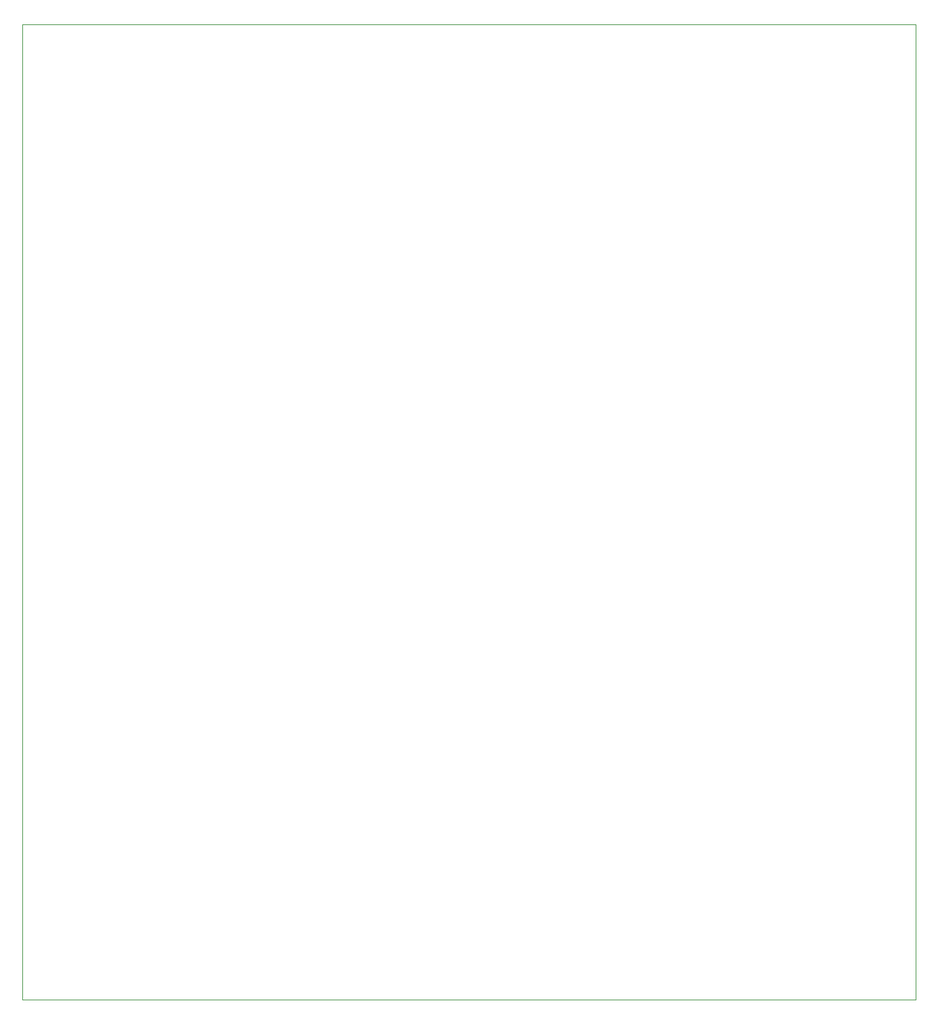
<source format=gbr>
%TF.GenerationSoftware,KiCad,Pcbnew,(5.1.10)-1*%
%TF.CreationDate,2025-11-04T10:25:31+01:00*%
%TF.ProjectId,tlcs90-rom-reader-pcb,746c6373-3930-42d7-926f-6d2d72656164,rev?*%
%TF.SameCoordinates,Original*%
%TF.FileFunction,Profile,NP*%
%FSLAX46Y46*%
G04 Gerber Fmt 4.6, Leading zero omitted, Abs format (unit mm)*
G04 Created by KiCad (PCBNEW (5.1.10)-1) date 2025-11-04 10:25:31*
%MOMM*%
%LPD*%
G01*
G04 APERTURE LIST*
%TA.AperFunction,Profile*%
%ADD10C,0.050000*%
%TD*%
G04 APERTURE END LIST*
D10*
X190500000Y-154940000D02*
X78740000Y-154940000D01*
X190500000Y-33020000D02*
X190500000Y-154940000D01*
X78740000Y-33020000D02*
X190500000Y-33020000D01*
X78740000Y-33020000D02*
X78740000Y-154940000D01*
M02*

</source>
